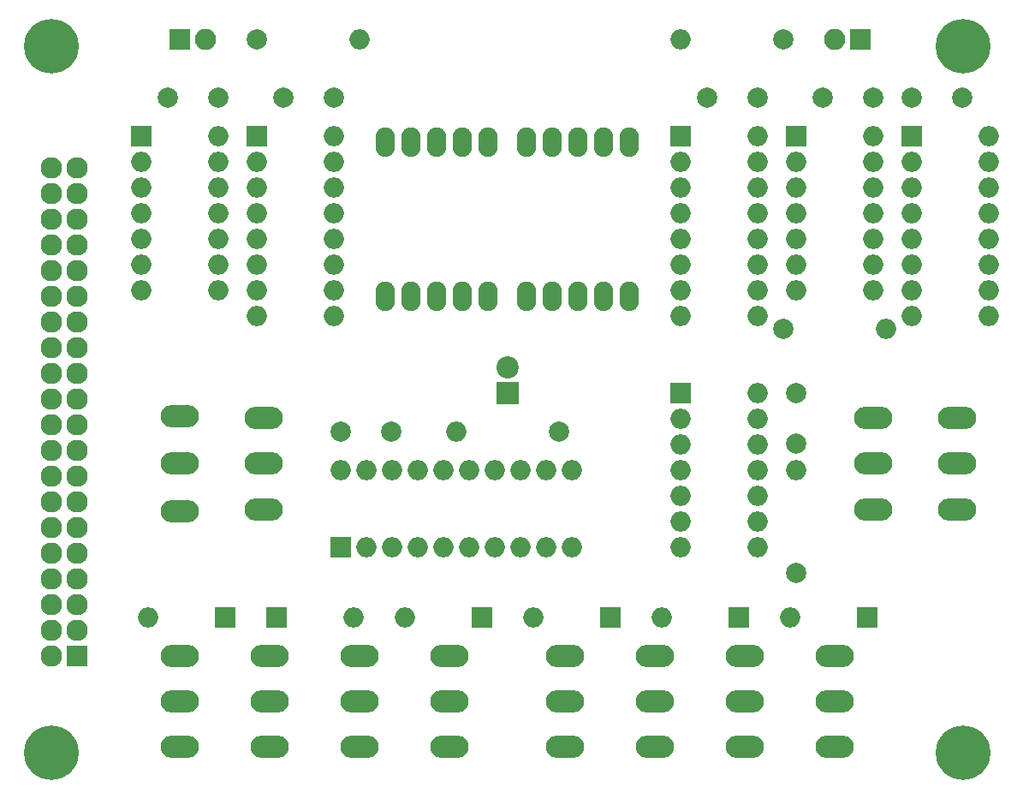
<source format=gts>
G04 #@! TF.GenerationSoftware,KiCad,Pcbnew,(5.1.5)-3*
G04 #@! TF.CreationDate,2020-04-10T19:04:35+02:00*
G04 #@! TF.ProjectId,RC1802 UI,52433138-3032-4205-9549-2e6b69636164,rev?*
G04 #@! TF.SameCoordinates,Original*
G04 #@! TF.FileFunction,Soldermask,Top*
G04 #@! TF.FilePolarity,Negative*
%FSLAX46Y46*%
G04 Gerber Fmt 4.6, Leading zero omitted, Abs format (unit mm)*
G04 Created by KiCad (PCBNEW (5.1.5)-3) date 2020-04-10 19:04:35*
%MOMM*%
%LPD*%
G04 APERTURE LIST*
%ADD10R,2.000000X2.000000*%
%ADD11O,2.000000X2.000000*%
%ADD12R,2.127200X2.127200*%
%ADD13O,2.127200X2.127200*%
%ADD14C,5.400000*%
%ADD15C,2.000000*%
%ADD16R,2.200000X2.200000*%
%ADD17C,2.200000*%
%ADD18O,1.924000X2.924000*%
%ADD19O,3.800000X2.200000*%
%ADD20R,2.100000X2.100000*%
%ADD21O,2.100000X2.100000*%
G04 APERTURE END LIST*
D10*
X178435000Y-80645000D03*
D11*
X186055000Y-95885000D03*
X178435000Y-83185000D03*
X186055000Y-93345000D03*
X178435000Y-85725000D03*
X186055000Y-90805000D03*
X178435000Y-88265000D03*
X186055000Y-88265000D03*
X178435000Y-90805000D03*
X186055000Y-85725000D03*
X178435000Y-93345000D03*
X186055000Y-83185000D03*
X178435000Y-95885000D03*
X186055000Y-80645000D03*
D12*
X107315000Y-132080000D03*
D13*
X104775000Y-132080000D03*
X107315000Y-129540000D03*
X104775000Y-129540000D03*
X107315000Y-127000000D03*
X104775000Y-127000000D03*
X107315000Y-124460000D03*
X104775000Y-124460000D03*
X107315000Y-121920000D03*
X104775000Y-121920000D03*
X107315000Y-119380000D03*
X104775000Y-119380000D03*
X107315000Y-116840000D03*
X104775000Y-116840000D03*
X107315000Y-114300000D03*
X104775000Y-114300000D03*
X107315000Y-111760000D03*
X104775000Y-111760000D03*
X107315000Y-109220000D03*
X104775000Y-109220000D03*
X107315000Y-106680000D03*
X104775000Y-106680000D03*
X107315000Y-104140000D03*
X104775000Y-104140000D03*
X107315000Y-101600000D03*
X104775000Y-101600000D03*
X107315000Y-99060000D03*
X104775000Y-99060000D03*
X107315000Y-96520000D03*
X104775000Y-96520000D03*
X107315000Y-93980000D03*
X104775000Y-93980000D03*
X107315000Y-91440000D03*
X104775000Y-91440000D03*
X107315000Y-88900000D03*
X104775000Y-88900000D03*
X107315000Y-86360000D03*
X104775000Y-86360000D03*
X107315000Y-83820000D03*
X104775000Y-83820000D03*
D10*
X167005000Y-80645000D03*
D11*
X174625000Y-98425000D03*
X167005000Y-83185000D03*
X174625000Y-95885000D03*
X167005000Y-85725000D03*
X174625000Y-93345000D03*
X167005000Y-88265000D03*
X174625000Y-90805000D03*
X167005000Y-90805000D03*
X174625000Y-88265000D03*
X167005000Y-93345000D03*
X174625000Y-85725000D03*
X167005000Y-95885000D03*
X174625000Y-83185000D03*
X167005000Y-98425000D03*
X174625000Y-80645000D03*
D10*
X133350000Y-121285000D03*
D11*
X156210000Y-113665000D03*
X135890000Y-121285000D03*
X153670000Y-113665000D03*
X138430000Y-121285000D03*
X151130000Y-113665000D03*
X140970000Y-121285000D03*
X148590000Y-113665000D03*
X143510000Y-121285000D03*
X146050000Y-113665000D03*
X146050000Y-121285000D03*
X143510000Y-113665000D03*
X148590000Y-121285000D03*
X140970000Y-113665000D03*
X151130000Y-121285000D03*
X138430000Y-113665000D03*
X153670000Y-121285000D03*
X135890000Y-113665000D03*
X156210000Y-121285000D03*
X133350000Y-113665000D03*
D10*
X167005000Y-106045000D03*
D11*
X174625000Y-121285000D03*
X167005000Y-108585000D03*
X174625000Y-118745000D03*
X167005000Y-111125000D03*
X174625000Y-116205000D03*
X167005000Y-113665000D03*
X174625000Y-113665000D03*
X167005000Y-116205000D03*
X174625000Y-111125000D03*
X167005000Y-118745000D03*
X174625000Y-108585000D03*
X167005000Y-121285000D03*
X174625000Y-106045000D03*
D10*
X189865000Y-80645000D03*
D11*
X197485000Y-98425000D03*
X189865000Y-83185000D03*
X197485000Y-95885000D03*
X189865000Y-85725000D03*
X197485000Y-93345000D03*
X189865000Y-88265000D03*
X197485000Y-90805000D03*
X189865000Y-90805000D03*
X197485000Y-88265000D03*
X189865000Y-93345000D03*
X197485000Y-85725000D03*
X189865000Y-95885000D03*
X197485000Y-83185000D03*
X189865000Y-98425000D03*
X197485000Y-80645000D03*
D10*
X113665000Y-80645000D03*
D11*
X121285000Y-95885000D03*
X113665000Y-83185000D03*
X121285000Y-93345000D03*
X113665000Y-85725000D03*
X121285000Y-90805000D03*
X113665000Y-88265000D03*
X121285000Y-88265000D03*
X113665000Y-90805000D03*
X121285000Y-85725000D03*
X113665000Y-93345000D03*
X121285000Y-83185000D03*
X113665000Y-95885000D03*
X121285000Y-80645000D03*
D14*
X104775000Y-71755000D03*
X194945000Y-71755000D03*
D10*
X125095000Y-80645000D03*
D11*
X132715000Y-98425000D03*
X125095000Y-83185000D03*
X132715000Y-95885000D03*
X125095000Y-85725000D03*
X132715000Y-93345000D03*
X125095000Y-88265000D03*
X132715000Y-90805000D03*
X125095000Y-90805000D03*
X132715000Y-88265000D03*
X125095000Y-93345000D03*
X132715000Y-85725000D03*
X125095000Y-95885000D03*
X132715000Y-83185000D03*
X125095000Y-98425000D03*
X132715000Y-80645000D03*
D15*
X177165000Y-99695000D03*
D11*
X187325000Y-99695000D03*
D15*
X178435000Y-123825000D03*
D11*
X178435000Y-113665000D03*
D15*
X154940000Y-109855000D03*
D11*
X144780000Y-109855000D03*
D14*
X194945000Y-141605000D03*
X104775000Y-141605000D03*
D10*
X160020000Y-128270000D03*
D11*
X152400000Y-128270000D03*
D10*
X185420000Y-128270000D03*
D11*
X177800000Y-128270000D03*
D10*
X172720000Y-128270000D03*
D11*
X165100000Y-128270000D03*
D10*
X127000000Y-128270000D03*
D11*
X134620000Y-128270000D03*
D10*
X121920000Y-128270000D03*
D11*
X114300000Y-128270000D03*
D10*
X147320000Y-128270000D03*
D11*
X139700000Y-128270000D03*
D16*
X149860000Y-106045000D03*
D17*
X149860000Y-103505000D03*
D15*
X174625000Y-76835000D03*
X169625000Y-76835000D03*
X133350000Y-109855000D03*
X138350000Y-109855000D03*
X132715000Y-76835000D03*
X127715000Y-76835000D03*
X186055000Y-76835000D03*
X181055000Y-76835000D03*
X178435000Y-106045000D03*
X178435000Y-111045000D03*
X189865000Y-76835000D03*
X194865000Y-76835000D03*
X121285000Y-76835000D03*
X116285000Y-76835000D03*
D18*
X151765000Y-96520000D03*
X154305000Y-96520000D03*
X156845000Y-96520000D03*
X159385000Y-96520000D03*
X161925000Y-96520000D03*
X161925000Y-81280000D03*
X159385000Y-81280000D03*
X156845000Y-81280000D03*
X154305000Y-81280000D03*
X151765000Y-81280000D03*
X137795000Y-96520000D03*
X140335000Y-96520000D03*
X142875000Y-96520000D03*
X145415000Y-96520000D03*
X147955000Y-96520000D03*
X147955000Y-81280000D03*
X145415000Y-81280000D03*
X142875000Y-81280000D03*
X140335000Y-81280000D03*
X137795000Y-81280000D03*
D19*
X194310000Y-117530000D03*
X194310000Y-113030000D03*
X194310000Y-108530000D03*
X125730000Y-117530000D03*
X125730000Y-113030000D03*
X125730000Y-108530000D03*
X173355000Y-141025000D03*
X173355000Y-136525000D03*
X173355000Y-132025000D03*
D20*
X117475000Y-71120000D03*
D21*
X120015000Y-71120000D03*
D20*
X184785000Y-71120000D03*
D21*
X182245000Y-71120000D03*
D15*
X125095000Y-71120000D03*
D11*
X135255000Y-71120000D03*
D15*
X177165000Y-71120000D03*
D11*
X167005000Y-71120000D03*
D19*
X186055000Y-117530000D03*
X186055000Y-113030000D03*
X186055000Y-108530000D03*
X117475000Y-141025000D03*
X117475000Y-136525000D03*
X117475000Y-132025000D03*
X126365000Y-141025000D03*
X126365000Y-136525000D03*
X126365000Y-132025000D03*
X135255000Y-141025000D03*
X135255000Y-136525000D03*
X135255000Y-132025000D03*
X144145000Y-141025000D03*
X144145000Y-136525000D03*
X144145000Y-132025000D03*
X155575000Y-141025000D03*
X155575000Y-136525000D03*
X155575000Y-132025000D03*
X164465000Y-141025000D03*
X164465000Y-136525000D03*
X164465000Y-132025000D03*
X182245000Y-141025000D03*
X182245000Y-136525000D03*
X182245000Y-132025000D03*
X117475000Y-108330000D03*
X117475000Y-113030000D03*
X117475000Y-117730000D03*
M02*

</source>
